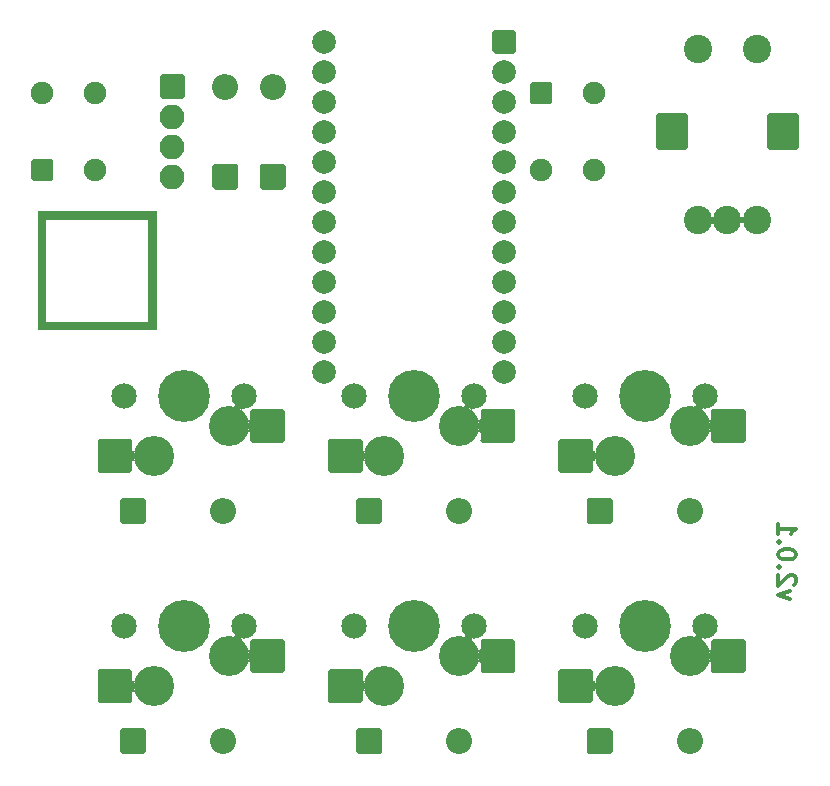
<source format=gbr>
%TF.GenerationSoftware,KiCad,Pcbnew,5.1.9-73d0e3b20d~88~ubuntu20.10.1*%
%TF.CreationDate,2021-04-24T17:05:30-07:00*%
%TF.ProjectId,macropad-v2_0_1,6d616372-6f70-4616-942d-76325f305f31,rev?*%
%TF.SameCoordinates,Original*%
%TF.FileFunction,Soldermask,Bot*%
%TF.FilePolarity,Negative*%
%FSLAX46Y46*%
G04 Gerber Fmt 4.6, Leading zero omitted, Abs format (unit mm)*
G04 Created by KiCad (PCBNEW 5.1.9-73d0e3b20d~88~ubuntu20.10.1) date 2021-04-24 17:05:30*
%MOMM*%
%LPD*%
G01*
G04 APERTURE LIST*
%ADD10C,0.300000*%
%ADD11C,0.010000*%
%ADD12C,1.898000*%
%ADD13C,2.000000*%
%ADD14C,2.400000*%
%ADD15O,2.200000X2.200000*%
%ADD16O,2.100000X2.100000*%
%ADD17C,2.150000*%
%ADD18C,4.400000*%
%ADD19C,3.400000*%
%ADD20C,0.100000*%
G04 APERTURE END LIST*
D10*
X66821428Y-52214285D02*
X65821428Y-51857142D01*
X66821428Y-51500000D01*
X67178571Y-51000000D02*
X67250000Y-50928571D01*
X67321428Y-50785714D01*
X67321428Y-50428571D01*
X67250000Y-50285714D01*
X67178571Y-50214285D01*
X67035714Y-50142857D01*
X66892857Y-50142857D01*
X66678571Y-50214285D01*
X65821428Y-51071428D01*
X65821428Y-50142857D01*
X65964285Y-49500000D02*
X65892857Y-49428571D01*
X65821428Y-49500000D01*
X65892857Y-49571428D01*
X65964285Y-49500000D01*
X65821428Y-49500000D01*
X67321428Y-48500000D02*
X67321428Y-48357142D01*
X67250000Y-48214285D01*
X67178571Y-48142857D01*
X67035714Y-48071428D01*
X66750000Y-48000000D01*
X66392857Y-48000000D01*
X66107142Y-48071428D01*
X65964285Y-48142857D01*
X65892857Y-48214285D01*
X65821428Y-48357142D01*
X65821428Y-48500000D01*
X65892857Y-48642857D01*
X65964285Y-48714285D01*
X66107142Y-48785714D01*
X66392857Y-48857142D01*
X66750000Y-48857142D01*
X67035714Y-48785714D01*
X67178571Y-48714285D01*
X67250000Y-48642857D01*
X67321428Y-48500000D01*
X65964285Y-47357142D02*
X65892857Y-47285714D01*
X65821428Y-47357142D01*
X65892857Y-47428571D01*
X65964285Y-47357142D01*
X65821428Y-47357142D01*
X65821428Y-45857142D02*
X65821428Y-46714285D01*
X65821428Y-46285714D02*
X67321428Y-46285714D01*
X67107142Y-46428571D01*
X66964285Y-46571428D01*
X66892857Y-46714285D01*
D11*
%TO.C,Ref\u002A\u002A*%
G36*
X3132667Y-29379333D02*
G01*
X13123333Y-29379333D01*
X13123333Y-20023667D01*
X12488333Y-20023667D01*
X12488333Y-28744333D01*
X3767667Y-28744333D01*
X3767667Y-20023667D01*
X12488333Y-20023667D01*
X13123333Y-20023667D01*
X13123333Y-19388667D01*
X3132667Y-19388667D01*
X3132667Y-29379333D01*
G37*
X3132667Y-29379333D02*
X13123333Y-29379333D01*
X13123333Y-20023667D01*
X12488333Y-20023667D01*
X12488333Y-28744333D01*
X3767667Y-28744333D01*
X3767667Y-20023667D01*
X12488333Y-20023667D01*
X13123333Y-20023667D01*
X13123333Y-19388667D01*
X3132667Y-19388667D01*
X3132667Y-29379333D01*
D10*
X66821428Y-52214285D02*
X65821428Y-51857142D01*
X66821428Y-51500000D01*
X67178571Y-51000000D02*
X67250000Y-50928571D01*
X67321428Y-50785714D01*
X67321428Y-50428571D01*
X67250000Y-50285714D01*
X67178571Y-50214285D01*
X67035714Y-50142857D01*
X66892857Y-50142857D01*
X66678571Y-50214285D01*
X65821428Y-51071428D01*
X65821428Y-50142857D01*
X65964285Y-49500000D02*
X65892857Y-49428571D01*
X65821428Y-49500000D01*
X65892857Y-49571428D01*
X65964285Y-49500000D01*
X65821428Y-49500000D01*
X67321428Y-48500000D02*
X67321428Y-48357142D01*
X67250000Y-48214285D01*
X67178571Y-48142857D01*
X67035714Y-48071428D01*
X66750000Y-48000000D01*
X66392857Y-48000000D01*
X66107142Y-48071428D01*
X65964285Y-48142857D01*
X65892857Y-48214285D01*
X65821428Y-48357142D01*
X65821428Y-48500000D01*
X65892857Y-48642857D01*
X65964285Y-48714285D01*
X66107142Y-48785714D01*
X66392857Y-48857142D01*
X66750000Y-48857142D01*
X67035714Y-48785714D01*
X67178571Y-48714285D01*
X67250000Y-48642857D01*
X67321428Y-48500000D01*
X65964285Y-47357142D02*
X65892857Y-47285714D01*
X65821428Y-47357142D01*
X65892857Y-47428571D01*
X65964285Y-47357142D01*
X65821428Y-47357142D01*
X65821428Y-45857142D02*
X65821428Y-46714285D01*
X65821428Y-46285714D02*
X67321428Y-46285714D01*
X67107142Y-46428571D01*
X66964285Y-46571428D01*
X66892857Y-46714285D01*
D11*
G36*
X3132667Y-29379333D02*
G01*
X13123333Y-29379333D01*
X13123333Y-20023667D01*
X12488333Y-20023667D01*
X12488333Y-28744333D01*
X3767667Y-28744333D01*
X3767667Y-20023667D01*
X12488333Y-20023667D01*
X13123333Y-20023667D01*
X13123333Y-19388667D01*
X3132667Y-19388667D01*
X3132667Y-29379333D01*
G37*
X3132667Y-29379333D02*
X13123333Y-29379333D01*
X13123333Y-20023667D01*
X12488333Y-20023667D01*
X12488333Y-28744333D01*
X3767667Y-28744333D01*
X3767667Y-20023667D01*
X12488333Y-20023667D01*
X13123333Y-20023667D01*
X13123333Y-19388667D01*
X3132667Y-19388667D01*
X3132667Y-29379333D01*
%TD*%
D12*
%TO.C,SW9*%
X45750000Y-15875000D03*
X50250000Y-15875000D03*
G36*
G01*
X45001000Y-8426000D02*
X46499000Y-8426000D01*
G75*
G02*
X46699000Y-8626000I0J-200000D01*
G01*
X46699000Y-10124000D01*
G75*
G02*
X46499000Y-10324000I-200000J0D01*
G01*
X45001000Y-10324000D01*
G75*
G02*
X44801000Y-10124000I0J200000D01*
G01*
X44801000Y-8626000D01*
G75*
G02*
X45001000Y-8426000I200000J0D01*
G01*
G37*
X50250000Y-9375000D03*
%TD*%
%TO.C,SW8*%
X3500000Y-9375000D03*
X8000000Y-9375000D03*
G36*
G01*
X4249000Y-16824000D02*
X2751000Y-16824000D01*
G75*
G02*
X2551000Y-16624000I0J200000D01*
G01*
X2551000Y-15126000D01*
G75*
G02*
X2751000Y-14926000I200000J0D01*
G01*
X4249000Y-14926000D01*
G75*
G02*
X4449000Y-15126000I0J-200000D01*
G01*
X4449000Y-16624000D01*
G75*
G02*
X4249000Y-16824000I-200000J0D01*
G01*
G37*
X8000000Y-15875000D03*
%TD*%
%TO.C,U1*%
G36*
G01*
X41820000Y-4030000D02*
X43420000Y-4030000D01*
G75*
G02*
X43620000Y-4230000I0J-200000D01*
G01*
X43620000Y-5830000D01*
G75*
G02*
X43420000Y-6030000I-200000J0D01*
G01*
X41820000Y-6030000D01*
G75*
G02*
X41620000Y-5830000I0J200000D01*
G01*
X41620000Y-4230000D01*
G75*
G02*
X41820000Y-4030000I200000J0D01*
G01*
G37*
D13*
X42620000Y-7570000D03*
X42620000Y-10110000D03*
X42620000Y-12650000D03*
X42620000Y-15190000D03*
X42620000Y-17730000D03*
X42620000Y-20270000D03*
X42620000Y-22810000D03*
X42620000Y-25350000D03*
X42620000Y-27890000D03*
X42620000Y-30430000D03*
X42620000Y-32970000D03*
X27380000Y-32970000D03*
X27380000Y-30430000D03*
X27380000Y-27890000D03*
X27380000Y-25350000D03*
X27380000Y-22810000D03*
X27380000Y-20270000D03*
X27380000Y-17730000D03*
X27380000Y-15190000D03*
X27380000Y-12650000D03*
X27380000Y-10110000D03*
X27380000Y-7570000D03*
X27380000Y-5030000D03*
%TD*%
%TO.C,SW7*%
G36*
G01*
X64850000Y-13975000D02*
X64850000Y-11275000D01*
G75*
G02*
X65050000Y-11075000I200000J0D01*
G01*
X67350000Y-11075000D01*
G75*
G02*
X67550000Y-11275000I0J-200000D01*
G01*
X67550000Y-13975000D01*
G75*
G02*
X67350000Y-14175000I-200000J0D01*
G01*
X65050000Y-14175000D01*
G75*
G02*
X64850000Y-13975000I0J200000D01*
G01*
G37*
G36*
G01*
X55450000Y-13975000D02*
X55450000Y-11275000D01*
G75*
G02*
X55650000Y-11075000I200000J0D01*
G01*
X57950000Y-11075000D01*
G75*
G02*
X58150000Y-11275000I0J-200000D01*
G01*
X58150000Y-13975000D01*
G75*
G02*
X57950000Y-14175000I-200000J0D01*
G01*
X55650000Y-14175000D01*
G75*
G02*
X55450000Y-13975000I0J200000D01*
G01*
G37*
D14*
X59000000Y-20125000D03*
X61500000Y-20125000D03*
X64000000Y-20125000D03*
X59000000Y-5625000D03*
X64000000Y-5625000D03*
%TD*%
D15*
%TO.C,D1*%
X18810000Y-44750000D03*
G36*
G01*
X10090000Y-45650000D02*
X10090000Y-43850000D01*
G75*
G02*
X10290000Y-43650000I200000J0D01*
G01*
X12090000Y-43650000D01*
G75*
G02*
X12290000Y-43850000I0J-200000D01*
G01*
X12290000Y-45650000D01*
G75*
G02*
X12090000Y-45850000I-200000J0D01*
G01*
X10290000Y-45850000D01*
G75*
G02*
X10090000Y-45650000I0J200000D01*
G01*
G37*
%TD*%
%TO.C,D2*%
G36*
G01*
X30090000Y-45650000D02*
X30090000Y-43850000D01*
G75*
G02*
X30290000Y-43650000I200000J0D01*
G01*
X32090000Y-43650000D01*
G75*
G02*
X32290000Y-43850000I0J-200000D01*
G01*
X32290000Y-45650000D01*
G75*
G02*
X32090000Y-45850000I-200000J0D01*
G01*
X30290000Y-45850000D01*
G75*
G02*
X30090000Y-45650000I0J200000D01*
G01*
G37*
X38810000Y-44750000D03*
%TD*%
%TO.C,D3*%
X58310000Y-44750000D03*
G36*
G01*
X49590000Y-45650000D02*
X49590000Y-43850000D01*
G75*
G02*
X49790000Y-43650000I200000J0D01*
G01*
X51590000Y-43650000D01*
G75*
G02*
X51790000Y-43850000I0J-200000D01*
G01*
X51790000Y-45650000D01*
G75*
G02*
X51590000Y-45850000I-200000J0D01*
G01*
X49790000Y-45850000D01*
G75*
G02*
X49590000Y-45650000I0J200000D01*
G01*
G37*
%TD*%
%TO.C,D4*%
G36*
G01*
X10090000Y-65150000D02*
X10090000Y-63350000D01*
G75*
G02*
X10290000Y-63150000I200000J0D01*
G01*
X12090000Y-63150000D01*
G75*
G02*
X12290000Y-63350000I0J-200000D01*
G01*
X12290000Y-65150000D01*
G75*
G02*
X12090000Y-65350000I-200000J0D01*
G01*
X10290000Y-65350000D01*
G75*
G02*
X10090000Y-65150000I0J200000D01*
G01*
G37*
X18810000Y-64250000D03*
%TD*%
%TO.C,D5*%
G36*
G01*
X30090000Y-65150000D02*
X30090000Y-63350000D01*
G75*
G02*
X30290000Y-63150000I200000J0D01*
G01*
X32090000Y-63150000D01*
G75*
G02*
X32290000Y-63350000I0J-200000D01*
G01*
X32290000Y-65150000D01*
G75*
G02*
X32090000Y-65350000I-200000J0D01*
G01*
X30290000Y-65350000D01*
G75*
G02*
X30090000Y-65150000I0J200000D01*
G01*
G37*
X38810000Y-64250000D03*
%TD*%
%TO.C,D6*%
X58310000Y-64250000D03*
G36*
G01*
X49590000Y-65150000D02*
X49590000Y-63350000D01*
G75*
G02*
X49790000Y-63150000I200000J0D01*
G01*
X51590000Y-63150000D01*
G75*
G02*
X51790000Y-63350000I0J-200000D01*
G01*
X51790000Y-65150000D01*
G75*
G02*
X51590000Y-65350000I-200000J0D01*
G01*
X49790000Y-65350000D01*
G75*
G02*
X49590000Y-65150000I0J200000D01*
G01*
G37*
%TD*%
%TO.C,D7*%
G36*
G01*
X23900000Y-17535000D02*
X22100000Y-17535000D01*
G75*
G02*
X21900000Y-17335000I0J200000D01*
G01*
X21900000Y-15535000D01*
G75*
G02*
X22100000Y-15335000I200000J0D01*
G01*
X23900000Y-15335000D01*
G75*
G02*
X24100000Y-15535000I0J-200000D01*
G01*
X24100000Y-17335000D01*
G75*
G02*
X23900000Y-17535000I-200000J0D01*
G01*
G37*
X23000000Y-8815000D03*
%TD*%
%TO.C,D8*%
X19000000Y-8815000D03*
G36*
G01*
X19900000Y-17535000D02*
X18100000Y-17535000D01*
G75*
G02*
X17900000Y-17335000I0J200000D01*
G01*
X17900000Y-15535000D01*
G75*
G02*
X18100000Y-15335000I200000J0D01*
G01*
X19900000Y-15335000D01*
G75*
G02*
X20100000Y-15535000I0J-200000D01*
G01*
X20100000Y-17335000D01*
G75*
G02*
X19900000Y-17535000I-200000J0D01*
G01*
G37*
%TD*%
D16*
%TO.C,J1*%
X14520000Y-16435000D03*
X14520000Y-13895000D03*
X14520000Y-11355000D03*
G36*
G01*
X13470000Y-9665000D02*
X13470000Y-7965000D01*
G75*
G02*
X13670000Y-7765000I200000J0D01*
G01*
X15370000Y-7765000D01*
G75*
G02*
X15570000Y-7965000I0J-200000D01*
G01*
X15570000Y-9665000D01*
G75*
G02*
X15370000Y-9865000I-200000J0D01*
G01*
X13670000Y-9865000D01*
G75*
G02*
X13470000Y-9665000I0J200000D01*
G01*
G37*
%TD*%
%TO.C,SW1*%
G36*
G01*
X11133000Y-38830000D02*
X11133000Y-41330000D01*
G75*
G02*
X10933000Y-41530000I-200000J0D01*
G01*
X8383000Y-41530000D01*
G75*
G02*
X8183000Y-41330000I0J200000D01*
G01*
X8183000Y-38830000D01*
G75*
G02*
X8383000Y-38630000I200000J0D01*
G01*
X10933000Y-38630000D01*
G75*
G02*
X11133000Y-38830000I0J-200000D01*
G01*
G37*
G36*
G01*
X24060000Y-36290000D02*
X24060000Y-38790000D01*
G75*
G02*
X23860000Y-38990000I-200000J0D01*
G01*
X21310000Y-38990000D01*
G75*
G02*
X21110000Y-38790000I0J200000D01*
G01*
X21110000Y-36290000D01*
G75*
G02*
X21310000Y-36090000I200000J0D01*
G01*
X23860000Y-36090000D01*
G75*
G02*
X24060000Y-36290000I0J-200000D01*
G01*
G37*
D17*
X10420000Y-35000000D03*
X20580000Y-35000000D03*
D18*
X15500000Y-35000000D03*
D19*
X12960000Y-40080000D03*
X19310000Y-37540000D03*
%TD*%
%TO.C,SW2*%
X38810000Y-37540000D03*
X32460000Y-40080000D03*
D18*
X35000000Y-35000000D03*
D17*
X40080000Y-35000000D03*
X29920000Y-35000000D03*
G36*
G01*
X43560000Y-36290000D02*
X43560000Y-38790000D01*
G75*
G02*
X43360000Y-38990000I-200000J0D01*
G01*
X40810000Y-38990000D01*
G75*
G02*
X40610000Y-38790000I0J200000D01*
G01*
X40610000Y-36290000D01*
G75*
G02*
X40810000Y-36090000I200000J0D01*
G01*
X43360000Y-36090000D01*
G75*
G02*
X43560000Y-36290000I0J-200000D01*
G01*
G37*
G36*
G01*
X30633000Y-38830000D02*
X30633000Y-41330000D01*
G75*
G02*
X30433000Y-41530000I-200000J0D01*
G01*
X27883000Y-41530000D01*
G75*
G02*
X27683000Y-41330000I0J200000D01*
G01*
X27683000Y-38830000D01*
G75*
G02*
X27883000Y-38630000I200000J0D01*
G01*
X30433000Y-38630000D01*
G75*
G02*
X30633000Y-38830000I0J-200000D01*
G01*
G37*
%TD*%
D19*
%TO.C,SW3*%
X58310000Y-37540000D03*
X51960000Y-40080000D03*
D18*
X54500000Y-35000000D03*
D17*
X59580000Y-35000000D03*
X49420000Y-35000000D03*
G36*
G01*
X63060000Y-36290000D02*
X63060000Y-38790000D01*
G75*
G02*
X62860000Y-38990000I-200000J0D01*
G01*
X60310000Y-38990000D01*
G75*
G02*
X60110000Y-38790000I0J200000D01*
G01*
X60110000Y-36290000D01*
G75*
G02*
X60310000Y-36090000I200000J0D01*
G01*
X62860000Y-36090000D01*
G75*
G02*
X63060000Y-36290000I0J-200000D01*
G01*
G37*
G36*
G01*
X50133000Y-38830000D02*
X50133000Y-41330000D01*
G75*
G02*
X49933000Y-41530000I-200000J0D01*
G01*
X47383000Y-41530000D01*
G75*
G02*
X47183000Y-41330000I0J200000D01*
G01*
X47183000Y-38830000D01*
G75*
G02*
X47383000Y-38630000I200000J0D01*
G01*
X49933000Y-38630000D01*
G75*
G02*
X50133000Y-38830000I0J-200000D01*
G01*
G37*
%TD*%
%TO.C,SW4*%
G36*
G01*
X11133000Y-58330000D02*
X11133000Y-60830000D01*
G75*
G02*
X10933000Y-61030000I-200000J0D01*
G01*
X8383000Y-61030000D01*
G75*
G02*
X8183000Y-60830000I0J200000D01*
G01*
X8183000Y-58330000D01*
G75*
G02*
X8383000Y-58130000I200000J0D01*
G01*
X10933000Y-58130000D01*
G75*
G02*
X11133000Y-58330000I0J-200000D01*
G01*
G37*
G36*
G01*
X24060000Y-55790000D02*
X24060000Y-58290000D01*
G75*
G02*
X23860000Y-58490000I-200000J0D01*
G01*
X21310000Y-58490000D01*
G75*
G02*
X21110000Y-58290000I0J200000D01*
G01*
X21110000Y-55790000D01*
G75*
G02*
X21310000Y-55590000I200000J0D01*
G01*
X23860000Y-55590000D01*
G75*
G02*
X24060000Y-55790000I0J-200000D01*
G01*
G37*
X10420000Y-54500000D03*
X20580000Y-54500000D03*
D18*
X15500000Y-54500000D03*
D19*
X12960000Y-59580000D03*
X19310000Y-57040000D03*
%TD*%
%TO.C,SW5*%
X38810000Y-57040000D03*
X32460000Y-59580000D03*
D18*
X35000000Y-54500000D03*
D17*
X40080000Y-54500000D03*
X29920000Y-54500000D03*
G36*
G01*
X43560000Y-55790000D02*
X43560000Y-58290000D01*
G75*
G02*
X43360000Y-58490000I-200000J0D01*
G01*
X40810000Y-58490000D01*
G75*
G02*
X40610000Y-58290000I0J200000D01*
G01*
X40610000Y-55790000D01*
G75*
G02*
X40810000Y-55590000I200000J0D01*
G01*
X43360000Y-55590000D01*
G75*
G02*
X43560000Y-55790000I0J-200000D01*
G01*
G37*
G36*
G01*
X30633000Y-58330000D02*
X30633000Y-60830000D01*
G75*
G02*
X30433000Y-61030000I-200000J0D01*
G01*
X27883000Y-61030000D01*
G75*
G02*
X27683000Y-60830000I0J200000D01*
G01*
X27683000Y-58330000D01*
G75*
G02*
X27883000Y-58130000I200000J0D01*
G01*
X30433000Y-58130000D01*
G75*
G02*
X30633000Y-58330000I0J-200000D01*
G01*
G37*
%TD*%
%TO.C,SW6*%
G36*
G01*
X50133000Y-58330000D02*
X50133000Y-60830000D01*
G75*
G02*
X49933000Y-61030000I-200000J0D01*
G01*
X47383000Y-61030000D01*
G75*
G02*
X47183000Y-60830000I0J200000D01*
G01*
X47183000Y-58330000D01*
G75*
G02*
X47383000Y-58130000I200000J0D01*
G01*
X49933000Y-58130000D01*
G75*
G02*
X50133000Y-58330000I0J-200000D01*
G01*
G37*
G36*
G01*
X63060000Y-55790000D02*
X63060000Y-58290000D01*
G75*
G02*
X62860000Y-58490000I-200000J0D01*
G01*
X60310000Y-58490000D01*
G75*
G02*
X60110000Y-58290000I0J200000D01*
G01*
X60110000Y-55790000D01*
G75*
G02*
X60310000Y-55590000I200000J0D01*
G01*
X62860000Y-55590000D01*
G75*
G02*
X63060000Y-55790000I0J-200000D01*
G01*
G37*
X49420000Y-54500000D03*
X59580000Y-54500000D03*
D18*
X54500000Y-54500000D03*
D19*
X51960000Y-59580000D03*
X58310000Y-57040000D03*
%TD*%
D20*
G36*
X30634990Y-59079960D02*
G01*
X30636891Y-59099270D01*
X30642469Y-59117655D01*
X30651524Y-59134596D01*
X30663710Y-59149445D01*
X30678559Y-59161631D01*
X30695500Y-59170686D01*
X30713885Y-59176264D01*
X30732999Y-59178146D01*
X30752113Y-59176264D01*
X30770498Y-59170686D01*
X30787439Y-59161631D01*
X30802288Y-59149445D01*
X30814474Y-59134596D01*
X30823529Y-59117655D01*
X30827736Y-59103789D01*
X30829196Y-59102422D01*
X30831110Y-59103003D01*
X30831612Y-59104760D01*
X30770186Y-59413570D01*
X30770186Y-59746430D01*
X30831612Y-60055240D01*
X30830969Y-60057134D01*
X30829007Y-60057524D01*
X30827736Y-60056211D01*
X30823529Y-60042345D01*
X30814474Y-60025403D01*
X30802288Y-60010555D01*
X30787439Y-59998369D01*
X30770498Y-59989314D01*
X30752113Y-59983736D01*
X30732999Y-59981854D01*
X30713885Y-59983736D01*
X30695500Y-59989314D01*
X30678558Y-59998369D01*
X30663710Y-60010555D01*
X30651524Y-60025404D01*
X30642469Y-60042345D01*
X30636891Y-60060730D01*
X30634990Y-60080040D01*
X30633825Y-60081666D01*
X30631835Y-60081470D01*
X30631000Y-60079844D01*
X30631000Y-59080156D01*
X30632000Y-59078424D01*
X30634000Y-59078424D01*
X30634990Y-59079960D01*
G37*
G36*
X11134990Y-59079960D02*
G01*
X11136891Y-59099270D01*
X11142469Y-59117655D01*
X11151524Y-59134596D01*
X11163710Y-59149445D01*
X11178559Y-59161631D01*
X11195500Y-59170686D01*
X11213885Y-59176264D01*
X11232999Y-59178146D01*
X11252113Y-59176264D01*
X11270498Y-59170686D01*
X11287439Y-59161631D01*
X11302288Y-59149445D01*
X11314474Y-59134596D01*
X11323529Y-59117655D01*
X11327736Y-59103789D01*
X11329196Y-59102422D01*
X11331110Y-59103003D01*
X11331612Y-59104760D01*
X11270186Y-59413570D01*
X11270186Y-59746430D01*
X11331612Y-60055240D01*
X11330969Y-60057134D01*
X11329007Y-60057524D01*
X11327736Y-60056211D01*
X11323529Y-60042345D01*
X11314474Y-60025403D01*
X11302288Y-60010555D01*
X11287439Y-59998369D01*
X11270498Y-59989314D01*
X11252113Y-59983736D01*
X11232999Y-59981854D01*
X11213885Y-59983736D01*
X11195500Y-59989314D01*
X11178558Y-59998369D01*
X11163710Y-60010555D01*
X11151524Y-60025404D01*
X11142469Y-60042345D01*
X11136891Y-60060730D01*
X11134990Y-60080040D01*
X11133825Y-60081666D01*
X11131835Y-60081470D01*
X11131000Y-60079844D01*
X11131000Y-59080156D01*
X11132000Y-59078424D01*
X11134000Y-59078424D01*
X11134990Y-59079960D01*
G37*
G36*
X50134990Y-59079960D02*
G01*
X50136891Y-59099270D01*
X50142469Y-59117655D01*
X50151524Y-59134596D01*
X50163710Y-59149445D01*
X50178559Y-59161631D01*
X50195500Y-59170686D01*
X50213885Y-59176264D01*
X50232999Y-59178146D01*
X50252113Y-59176264D01*
X50270498Y-59170686D01*
X50287439Y-59161631D01*
X50302288Y-59149445D01*
X50314474Y-59134596D01*
X50323529Y-59117655D01*
X50327736Y-59103789D01*
X50329196Y-59102422D01*
X50331110Y-59103003D01*
X50331612Y-59104760D01*
X50270186Y-59413570D01*
X50270186Y-59746430D01*
X50331612Y-60055240D01*
X50330969Y-60057134D01*
X50329007Y-60057524D01*
X50327736Y-60056211D01*
X50323529Y-60042345D01*
X50314474Y-60025403D01*
X50302288Y-60010555D01*
X50287439Y-59998369D01*
X50270498Y-59989314D01*
X50252113Y-59983736D01*
X50232999Y-59981854D01*
X50213885Y-59983736D01*
X50195500Y-59989314D01*
X50178558Y-59998369D01*
X50163710Y-60010555D01*
X50151524Y-60025404D01*
X50142469Y-60042345D01*
X50136891Y-60060730D01*
X50134990Y-60080040D01*
X50133825Y-60081666D01*
X50131835Y-60081470D01*
X50131000Y-60079844D01*
X50131000Y-59080156D01*
X50132000Y-59078424D01*
X50134000Y-59078424D01*
X50134990Y-59079960D01*
G37*
G36*
X60111165Y-56461564D02*
G01*
X60112000Y-56463190D01*
X60112000Y-57616810D01*
X60111000Y-57618542D01*
X60109000Y-57618542D01*
X60108010Y-57617006D01*
X60106109Y-57597696D01*
X60100531Y-57579311D01*
X60091476Y-57562370D01*
X60079290Y-57547521D01*
X60064441Y-57535335D01*
X60047500Y-57526280D01*
X60029115Y-57520702D01*
X60010001Y-57518820D01*
X59990887Y-57520702D01*
X59972502Y-57526280D01*
X59955561Y-57535335D01*
X59940712Y-57547521D01*
X59928526Y-57562370D01*
X59921694Y-57575153D01*
X59919995Y-57576209D01*
X59918232Y-57575266D01*
X59918082Y-57573445D01*
X59934875Y-57532902D01*
X59999814Y-57206430D01*
X59999814Y-56873570D01*
X59934875Y-56547098D01*
X59918082Y-56506556D01*
X59918343Y-56504573D01*
X59920191Y-56503808D01*
X59921694Y-56504848D01*
X59928526Y-56517631D01*
X59940712Y-56532479D01*
X59955561Y-56544665D01*
X59972502Y-56553720D01*
X59990887Y-56559298D01*
X60010001Y-56561180D01*
X60029115Y-56559298D01*
X60047500Y-56553720D01*
X60064442Y-56544665D01*
X60079290Y-56532479D01*
X60091476Y-56517630D01*
X60100531Y-56500689D01*
X60106109Y-56482304D01*
X60108010Y-56462994D01*
X60109175Y-56461368D01*
X60111165Y-56461564D01*
G37*
G36*
X21111165Y-56461564D02*
G01*
X21112000Y-56463190D01*
X21112000Y-57616810D01*
X21111000Y-57618542D01*
X21109000Y-57618542D01*
X21108010Y-57617006D01*
X21106109Y-57597696D01*
X21100531Y-57579311D01*
X21091476Y-57562370D01*
X21079290Y-57547521D01*
X21064441Y-57535335D01*
X21047500Y-57526280D01*
X21029115Y-57520702D01*
X21010001Y-57518820D01*
X20990887Y-57520702D01*
X20972502Y-57526280D01*
X20955561Y-57535335D01*
X20940712Y-57547521D01*
X20928526Y-57562370D01*
X20921694Y-57575153D01*
X20919995Y-57576209D01*
X20918232Y-57575266D01*
X20918082Y-57573445D01*
X20934875Y-57532902D01*
X20999814Y-57206430D01*
X20999814Y-56873570D01*
X20934875Y-56547098D01*
X20918082Y-56506556D01*
X20918343Y-56504573D01*
X20920191Y-56503808D01*
X20921694Y-56504848D01*
X20928526Y-56517631D01*
X20940712Y-56532479D01*
X20955561Y-56544665D01*
X20972502Y-56553720D01*
X20990887Y-56559298D01*
X21010001Y-56561180D01*
X21029115Y-56559298D01*
X21047500Y-56553720D01*
X21064442Y-56544665D01*
X21079290Y-56532479D01*
X21091476Y-56517630D01*
X21100531Y-56500689D01*
X21106109Y-56482304D01*
X21108010Y-56462994D01*
X21109175Y-56461368D01*
X21111165Y-56461564D01*
G37*
G36*
X40611165Y-56461564D02*
G01*
X40612000Y-56463190D01*
X40612000Y-57616810D01*
X40611000Y-57618542D01*
X40609000Y-57618542D01*
X40608010Y-57617006D01*
X40606109Y-57597696D01*
X40600531Y-57579311D01*
X40591476Y-57562370D01*
X40579290Y-57547521D01*
X40564441Y-57535335D01*
X40547500Y-57526280D01*
X40529115Y-57520702D01*
X40510001Y-57518820D01*
X40490887Y-57520702D01*
X40472502Y-57526280D01*
X40455561Y-57535335D01*
X40440712Y-57547521D01*
X40428526Y-57562370D01*
X40421694Y-57575153D01*
X40419995Y-57576209D01*
X40418232Y-57575266D01*
X40418082Y-57573445D01*
X40434875Y-57532902D01*
X40499814Y-57206430D01*
X40499814Y-56873570D01*
X40434875Y-56547098D01*
X40418082Y-56506556D01*
X40418343Y-56504573D01*
X40420191Y-56503808D01*
X40421694Y-56504848D01*
X40428526Y-56517631D01*
X40440712Y-56532479D01*
X40455561Y-56544665D01*
X40472502Y-56553720D01*
X40490887Y-56559298D01*
X40510001Y-56561180D01*
X40529115Y-56559298D01*
X40547500Y-56553720D01*
X40564442Y-56544665D01*
X40579290Y-56532479D01*
X40591476Y-56517630D01*
X40600531Y-56500689D01*
X40606109Y-56482304D01*
X40608010Y-56462994D01*
X40609175Y-56461368D01*
X40611165Y-56461564D01*
G37*
G36*
X39297025Y-55227156D02*
G01*
X39399301Y-55329432D01*
X39574196Y-55446292D01*
X39768526Y-55526787D01*
X39972750Y-55567410D01*
X39974254Y-55568729D01*
X39973864Y-55570691D01*
X39972556Y-55571362D01*
X39953552Y-55573233D01*
X39935167Y-55578811D01*
X39918226Y-55587866D01*
X39903377Y-55600052D01*
X39891191Y-55614901D01*
X39882136Y-55631842D01*
X39876558Y-55650227D01*
X39874676Y-55669341D01*
X39876558Y-55688455D01*
X39882136Y-55706840D01*
X39891191Y-55723781D01*
X39900382Y-55734980D01*
X39900708Y-55736954D01*
X39899162Y-55738222D01*
X39897422Y-55737663D01*
X39887195Y-55727436D01*
X39610427Y-55542507D01*
X39302902Y-55415125D01*
X39206778Y-55396005D01*
X39205274Y-55394686D01*
X39205664Y-55392724D01*
X39207364Y-55392053D01*
X39221785Y-55393473D01*
X39240899Y-55391591D01*
X39259284Y-55386013D01*
X39276225Y-55376958D01*
X39291074Y-55364772D01*
X39303260Y-55349924D01*
X39312315Y-55332982D01*
X39317893Y-55314597D01*
X39319775Y-55295483D01*
X39317893Y-55276369D01*
X39312315Y-55257984D01*
X39303260Y-55241043D01*
X39294065Y-55229839D01*
X39293739Y-55227865D01*
X39295285Y-55226597D01*
X39297025Y-55227156D01*
G37*
G36*
X19797025Y-55227156D02*
G01*
X19899301Y-55329432D01*
X20074196Y-55446292D01*
X20268526Y-55526787D01*
X20472750Y-55567410D01*
X20474254Y-55568729D01*
X20473864Y-55570691D01*
X20472556Y-55571362D01*
X20453552Y-55573233D01*
X20435167Y-55578811D01*
X20418226Y-55587866D01*
X20403377Y-55600052D01*
X20391191Y-55614901D01*
X20382136Y-55631842D01*
X20376558Y-55650227D01*
X20374676Y-55669341D01*
X20376558Y-55688455D01*
X20382136Y-55706840D01*
X20391191Y-55723781D01*
X20400382Y-55734980D01*
X20400708Y-55736954D01*
X20399162Y-55738222D01*
X20397422Y-55737663D01*
X20387195Y-55727436D01*
X20110427Y-55542507D01*
X19802902Y-55415125D01*
X19706778Y-55396005D01*
X19705274Y-55394686D01*
X19705664Y-55392724D01*
X19707364Y-55392053D01*
X19721785Y-55393473D01*
X19740899Y-55391591D01*
X19759284Y-55386013D01*
X19776225Y-55376958D01*
X19791074Y-55364772D01*
X19803260Y-55349924D01*
X19812315Y-55332982D01*
X19817893Y-55314597D01*
X19819775Y-55295483D01*
X19817893Y-55276369D01*
X19812315Y-55257984D01*
X19803260Y-55241043D01*
X19794065Y-55229839D01*
X19793739Y-55227865D01*
X19795285Y-55226597D01*
X19797025Y-55227156D01*
G37*
G36*
X58797025Y-55227156D02*
G01*
X58899301Y-55329432D01*
X59074196Y-55446292D01*
X59268526Y-55526787D01*
X59472750Y-55567410D01*
X59474254Y-55568729D01*
X59473864Y-55570691D01*
X59472556Y-55571362D01*
X59453552Y-55573233D01*
X59435167Y-55578811D01*
X59418226Y-55587866D01*
X59403377Y-55600052D01*
X59391191Y-55614901D01*
X59382136Y-55631842D01*
X59376558Y-55650227D01*
X59374676Y-55669341D01*
X59376558Y-55688455D01*
X59382136Y-55706840D01*
X59391191Y-55723781D01*
X59400382Y-55734980D01*
X59400708Y-55736954D01*
X59399162Y-55738222D01*
X59397422Y-55737663D01*
X59387195Y-55727436D01*
X59110427Y-55542507D01*
X58802902Y-55415125D01*
X58706778Y-55396005D01*
X58705274Y-55394686D01*
X58705664Y-55392724D01*
X58707364Y-55392053D01*
X58721785Y-55393473D01*
X58740899Y-55391591D01*
X58759284Y-55386013D01*
X58776225Y-55376958D01*
X58791074Y-55364772D01*
X58803260Y-55349924D01*
X58812315Y-55332982D01*
X58817893Y-55314597D01*
X58819775Y-55295483D01*
X58817893Y-55276369D01*
X58812315Y-55257984D01*
X58803260Y-55241043D01*
X58794065Y-55229839D01*
X58793739Y-55227865D01*
X58795285Y-55226597D01*
X58797025Y-55227156D01*
G37*
G36*
X11134990Y-39579960D02*
G01*
X11136891Y-39599270D01*
X11142469Y-39617655D01*
X11151524Y-39634596D01*
X11163710Y-39649445D01*
X11178559Y-39661631D01*
X11195500Y-39670686D01*
X11213885Y-39676264D01*
X11232999Y-39678146D01*
X11252113Y-39676264D01*
X11270498Y-39670686D01*
X11287439Y-39661631D01*
X11302288Y-39649445D01*
X11314474Y-39634596D01*
X11323529Y-39617655D01*
X11327736Y-39603789D01*
X11329196Y-39602422D01*
X11331110Y-39603003D01*
X11331612Y-39604760D01*
X11270186Y-39913570D01*
X11270186Y-40246430D01*
X11331612Y-40555240D01*
X11330969Y-40557134D01*
X11329007Y-40557524D01*
X11327736Y-40556211D01*
X11323529Y-40542345D01*
X11314474Y-40525403D01*
X11302288Y-40510555D01*
X11287439Y-40498369D01*
X11270498Y-40489314D01*
X11252113Y-40483736D01*
X11232999Y-40481854D01*
X11213885Y-40483736D01*
X11195500Y-40489314D01*
X11178558Y-40498369D01*
X11163710Y-40510555D01*
X11151524Y-40525404D01*
X11142469Y-40542345D01*
X11136891Y-40560730D01*
X11134990Y-40580040D01*
X11133825Y-40581666D01*
X11131835Y-40581470D01*
X11131000Y-40579844D01*
X11131000Y-39580156D01*
X11132000Y-39578424D01*
X11134000Y-39578424D01*
X11134990Y-39579960D01*
G37*
G36*
X30634990Y-39579960D02*
G01*
X30636891Y-39599270D01*
X30642469Y-39617655D01*
X30651524Y-39634596D01*
X30663710Y-39649445D01*
X30678559Y-39661631D01*
X30695500Y-39670686D01*
X30713885Y-39676264D01*
X30732999Y-39678146D01*
X30752113Y-39676264D01*
X30770498Y-39670686D01*
X30787439Y-39661631D01*
X30802288Y-39649445D01*
X30814474Y-39634596D01*
X30823529Y-39617655D01*
X30827736Y-39603789D01*
X30829196Y-39602422D01*
X30831110Y-39603003D01*
X30831612Y-39604760D01*
X30770186Y-39913570D01*
X30770186Y-40246430D01*
X30831612Y-40555240D01*
X30830969Y-40557134D01*
X30829007Y-40557524D01*
X30827736Y-40556211D01*
X30823529Y-40542345D01*
X30814474Y-40525403D01*
X30802288Y-40510555D01*
X30787439Y-40498369D01*
X30770498Y-40489314D01*
X30752113Y-40483736D01*
X30732999Y-40481854D01*
X30713885Y-40483736D01*
X30695500Y-40489314D01*
X30678558Y-40498369D01*
X30663710Y-40510555D01*
X30651524Y-40525404D01*
X30642469Y-40542345D01*
X30636891Y-40560730D01*
X30634990Y-40580040D01*
X30633825Y-40581666D01*
X30631835Y-40581470D01*
X30631000Y-40579844D01*
X30631000Y-39580156D01*
X30632000Y-39578424D01*
X30634000Y-39578424D01*
X30634990Y-39579960D01*
G37*
G36*
X50134990Y-39579960D02*
G01*
X50136891Y-39599270D01*
X50142469Y-39617655D01*
X50151524Y-39634596D01*
X50163710Y-39649445D01*
X50178559Y-39661631D01*
X50195500Y-39670686D01*
X50213885Y-39676264D01*
X50232999Y-39678146D01*
X50252113Y-39676264D01*
X50270498Y-39670686D01*
X50287439Y-39661631D01*
X50302288Y-39649445D01*
X50314474Y-39634596D01*
X50323529Y-39617655D01*
X50327736Y-39603789D01*
X50329196Y-39602422D01*
X50331110Y-39603003D01*
X50331612Y-39604760D01*
X50270186Y-39913570D01*
X50270186Y-40246430D01*
X50331612Y-40555240D01*
X50330969Y-40557134D01*
X50329007Y-40557524D01*
X50327736Y-40556211D01*
X50323529Y-40542345D01*
X50314474Y-40525403D01*
X50302288Y-40510555D01*
X50287439Y-40498369D01*
X50270498Y-40489314D01*
X50252113Y-40483736D01*
X50232999Y-40481854D01*
X50213885Y-40483736D01*
X50195500Y-40489314D01*
X50178558Y-40498369D01*
X50163710Y-40510555D01*
X50151524Y-40525404D01*
X50142469Y-40542345D01*
X50136891Y-40560730D01*
X50134990Y-40580040D01*
X50133825Y-40581666D01*
X50131835Y-40581470D01*
X50131000Y-40579844D01*
X50131000Y-39580156D01*
X50132000Y-39578424D01*
X50134000Y-39578424D01*
X50134990Y-39579960D01*
G37*
G36*
X60111165Y-36961564D02*
G01*
X60112000Y-36963190D01*
X60112000Y-38116810D01*
X60111000Y-38118542D01*
X60109000Y-38118542D01*
X60108010Y-38117006D01*
X60106109Y-38097696D01*
X60100531Y-38079311D01*
X60091476Y-38062370D01*
X60079290Y-38047521D01*
X60064441Y-38035335D01*
X60047500Y-38026280D01*
X60029115Y-38020702D01*
X60010001Y-38018820D01*
X59990887Y-38020702D01*
X59972502Y-38026280D01*
X59955561Y-38035335D01*
X59940712Y-38047521D01*
X59928526Y-38062370D01*
X59921694Y-38075153D01*
X59919995Y-38076209D01*
X59918232Y-38075266D01*
X59918082Y-38073445D01*
X59934875Y-38032902D01*
X59999814Y-37706430D01*
X59999814Y-37373570D01*
X59934875Y-37047098D01*
X59918082Y-37006556D01*
X59918343Y-37004573D01*
X59920191Y-37003808D01*
X59921694Y-37004848D01*
X59928526Y-37017631D01*
X59940712Y-37032479D01*
X59955561Y-37044665D01*
X59972502Y-37053720D01*
X59990887Y-37059298D01*
X60010001Y-37061180D01*
X60029115Y-37059298D01*
X60047500Y-37053720D01*
X60064442Y-37044665D01*
X60079290Y-37032479D01*
X60091476Y-37017630D01*
X60100531Y-37000689D01*
X60106109Y-36982304D01*
X60108010Y-36962994D01*
X60109175Y-36961368D01*
X60111165Y-36961564D01*
G37*
G36*
X40611165Y-36961564D02*
G01*
X40612000Y-36963190D01*
X40612000Y-38116810D01*
X40611000Y-38118542D01*
X40609000Y-38118542D01*
X40608010Y-38117006D01*
X40606109Y-38097696D01*
X40600531Y-38079311D01*
X40591476Y-38062370D01*
X40579290Y-38047521D01*
X40564441Y-38035335D01*
X40547500Y-38026280D01*
X40529115Y-38020702D01*
X40510001Y-38018820D01*
X40490887Y-38020702D01*
X40472502Y-38026280D01*
X40455561Y-38035335D01*
X40440712Y-38047521D01*
X40428526Y-38062370D01*
X40421694Y-38075153D01*
X40419995Y-38076209D01*
X40418232Y-38075266D01*
X40418082Y-38073445D01*
X40434875Y-38032902D01*
X40499814Y-37706430D01*
X40499814Y-37373570D01*
X40434875Y-37047098D01*
X40418082Y-37006556D01*
X40418343Y-37004573D01*
X40420191Y-37003808D01*
X40421694Y-37004848D01*
X40428526Y-37017631D01*
X40440712Y-37032479D01*
X40455561Y-37044665D01*
X40472502Y-37053720D01*
X40490887Y-37059298D01*
X40510001Y-37061180D01*
X40529115Y-37059298D01*
X40547500Y-37053720D01*
X40564442Y-37044665D01*
X40579290Y-37032479D01*
X40591476Y-37017630D01*
X40600531Y-37000689D01*
X40606109Y-36982304D01*
X40608010Y-36962994D01*
X40609175Y-36961368D01*
X40611165Y-36961564D01*
G37*
G36*
X21111165Y-36961564D02*
G01*
X21112000Y-36963190D01*
X21112000Y-38116810D01*
X21111000Y-38118542D01*
X21109000Y-38118542D01*
X21108010Y-38117006D01*
X21106109Y-38097696D01*
X21100531Y-38079311D01*
X21091476Y-38062370D01*
X21079290Y-38047521D01*
X21064441Y-38035335D01*
X21047500Y-38026280D01*
X21029115Y-38020702D01*
X21010001Y-38018820D01*
X20990887Y-38020702D01*
X20972502Y-38026280D01*
X20955561Y-38035335D01*
X20940712Y-38047521D01*
X20928526Y-38062370D01*
X20921694Y-38075153D01*
X20919995Y-38076209D01*
X20918232Y-38075266D01*
X20918082Y-38073445D01*
X20934875Y-38032902D01*
X20999814Y-37706430D01*
X20999814Y-37373570D01*
X20934875Y-37047098D01*
X20918082Y-37006556D01*
X20918343Y-37004573D01*
X20920191Y-37003808D01*
X20921694Y-37004848D01*
X20928526Y-37017631D01*
X20940712Y-37032479D01*
X20955561Y-37044665D01*
X20972502Y-37053720D01*
X20990887Y-37059298D01*
X21010001Y-37061180D01*
X21029115Y-37059298D01*
X21047500Y-37053720D01*
X21064442Y-37044665D01*
X21079290Y-37032479D01*
X21091476Y-37017630D01*
X21100531Y-37000689D01*
X21106109Y-36982304D01*
X21108010Y-36962994D01*
X21109175Y-36961368D01*
X21111165Y-36961564D01*
G37*
G36*
X19797025Y-35727156D02*
G01*
X19899301Y-35829432D01*
X20074196Y-35946292D01*
X20268526Y-36026787D01*
X20472750Y-36067410D01*
X20474254Y-36068729D01*
X20473864Y-36070691D01*
X20472556Y-36071362D01*
X20453552Y-36073233D01*
X20435167Y-36078811D01*
X20418226Y-36087866D01*
X20403377Y-36100052D01*
X20391191Y-36114901D01*
X20382136Y-36131842D01*
X20376558Y-36150227D01*
X20374676Y-36169341D01*
X20376558Y-36188455D01*
X20382136Y-36206840D01*
X20391191Y-36223781D01*
X20400382Y-36234980D01*
X20400708Y-36236954D01*
X20399162Y-36238222D01*
X20397422Y-36237663D01*
X20387195Y-36227436D01*
X20110427Y-36042507D01*
X19802902Y-35915125D01*
X19706778Y-35896005D01*
X19705274Y-35894686D01*
X19705664Y-35892724D01*
X19707364Y-35892053D01*
X19721785Y-35893473D01*
X19740899Y-35891591D01*
X19759284Y-35886013D01*
X19776225Y-35876958D01*
X19791074Y-35864772D01*
X19803260Y-35849924D01*
X19812315Y-35832982D01*
X19817893Y-35814597D01*
X19819775Y-35795483D01*
X19817893Y-35776369D01*
X19812315Y-35757984D01*
X19803260Y-35741043D01*
X19794065Y-35729839D01*
X19793739Y-35727865D01*
X19795285Y-35726597D01*
X19797025Y-35727156D01*
G37*
G36*
X58797025Y-35727156D02*
G01*
X58899301Y-35829432D01*
X59074196Y-35946292D01*
X59268526Y-36026787D01*
X59472750Y-36067410D01*
X59474254Y-36068729D01*
X59473864Y-36070691D01*
X59472556Y-36071362D01*
X59453552Y-36073233D01*
X59435167Y-36078811D01*
X59418226Y-36087866D01*
X59403377Y-36100052D01*
X59391191Y-36114901D01*
X59382136Y-36131842D01*
X59376558Y-36150227D01*
X59374676Y-36169341D01*
X59376558Y-36188455D01*
X59382136Y-36206840D01*
X59391191Y-36223781D01*
X59400382Y-36234980D01*
X59400708Y-36236954D01*
X59399162Y-36238222D01*
X59397422Y-36237663D01*
X59387195Y-36227436D01*
X59110427Y-36042507D01*
X58802902Y-35915125D01*
X58706778Y-35896005D01*
X58705274Y-35894686D01*
X58705664Y-35892724D01*
X58707364Y-35892053D01*
X58721785Y-35893473D01*
X58740899Y-35891591D01*
X58759284Y-35886013D01*
X58776225Y-35876958D01*
X58791074Y-35864772D01*
X58803260Y-35849924D01*
X58812315Y-35832982D01*
X58817893Y-35814597D01*
X58819775Y-35795483D01*
X58817893Y-35776369D01*
X58812315Y-35757984D01*
X58803260Y-35741043D01*
X58794065Y-35729839D01*
X58793739Y-35727865D01*
X58795285Y-35726597D01*
X58797025Y-35727156D01*
G37*
G36*
X39297025Y-35727156D02*
G01*
X39399301Y-35829432D01*
X39574196Y-35946292D01*
X39768526Y-36026787D01*
X39972750Y-36067410D01*
X39974254Y-36068729D01*
X39973864Y-36070691D01*
X39972556Y-36071362D01*
X39953552Y-36073233D01*
X39935167Y-36078811D01*
X39918226Y-36087866D01*
X39903377Y-36100052D01*
X39891191Y-36114901D01*
X39882136Y-36131842D01*
X39876558Y-36150227D01*
X39874676Y-36169341D01*
X39876558Y-36188455D01*
X39882136Y-36206840D01*
X39891191Y-36223781D01*
X39900382Y-36234980D01*
X39900708Y-36236954D01*
X39899162Y-36238222D01*
X39897422Y-36237663D01*
X39887195Y-36227436D01*
X39610427Y-36042507D01*
X39302902Y-35915125D01*
X39206778Y-35896005D01*
X39205274Y-35894686D01*
X39205664Y-35892724D01*
X39207364Y-35892053D01*
X39221785Y-35893473D01*
X39240899Y-35891591D01*
X39259284Y-35886013D01*
X39276225Y-35876958D01*
X39291074Y-35864772D01*
X39303260Y-35849924D01*
X39312315Y-35832982D01*
X39317893Y-35814597D01*
X39319775Y-35795483D01*
X39317893Y-35776369D01*
X39312315Y-35757984D01*
X39303260Y-35741043D01*
X39294065Y-35729839D01*
X39293739Y-35727865D01*
X39295285Y-35726597D01*
X39297025Y-35727156D01*
G37*
G36*
X60348112Y-19800528D02*
G01*
X60348614Y-19802285D01*
X60307778Y-20007578D01*
X60307778Y-20242422D01*
X60348614Y-20447715D01*
X60347971Y-20449609D01*
X60346009Y-20449999D01*
X60344738Y-20448686D01*
X60340530Y-20434813D01*
X60331475Y-20417871D01*
X60319289Y-20403023D01*
X60304440Y-20390837D01*
X60287499Y-20381782D01*
X60269114Y-20376204D01*
X60250000Y-20374322D01*
X60230886Y-20376205D01*
X60212501Y-20381782D01*
X60195559Y-20390837D01*
X60180711Y-20403023D01*
X60168525Y-20417872D01*
X60159470Y-20434813D01*
X60155262Y-20448686D01*
X60153802Y-20450053D01*
X60151888Y-20449472D01*
X60151386Y-20447715D01*
X60192222Y-20242422D01*
X60192222Y-20007578D01*
X60151386Y-19802285D01*
X60152029Y-19800391D01*
X60153991Y-19800001D01*
X60155262Y-19801314D01*
X60159470Y-19815187D01*
X60168525Y-19832129D01*
X60180711Y-19846977D01*
X60195560Y-19859163D01*
X60212501Y-19868218D01*
X60230886Y-19873796D01*
X60250000Y-19875678D01*
X60269114Y-19873795D01*
X60287499Y-19868218D01*
X60304441Y-19859163D01*
X60319289Y-19846977D01*
X60331475Y-19832128D01*
X60340530Y-19815187D01*
X60344738Y-19801314D01*
X60346198Y-19799947D01*
X60348112Y-19800528D01*
G37*
G36*
X62848112Y-19800528D02*
G01*
X62848614Y-19802285D01*
X62807778Y-20007578D01*
X62807778Y-20242422D01*
X62848614Y-20447715D01*
X62847971Y-20449609D01*
X62846009Y-20449999D01*
X62844738Y-20448686D01*
X62840530Y-20434813D01*
X62831475Y-20417871D01*
X62819289Y-20403023D01*
X62804440Y-20390837D01*
X62787499Y-20381782D01*
X62769114Y-20376204D01*
X62750000Y-20374322D01*
X62730886Y-20376205D01*
X62712501Y-20381782D01*
X62695559Y-20390837D01*
X62680711Y-20403023D01*
X62668525Y-20417872D01*
X62659470Y-20434813D01*
X62655262Y-20448686D01*
X62653802Y-20450053D01*
X62651888Y-20449472D01*
X62651386Y-20447715D01*
X62692222Y-20242422D01*
X62692222Y-20007578D01*
X62651386Y-19802285D01*
X62652029Y-19800391D01*
X62653991Y-19800001D01*
X62655262Y-19801314D01*
X62659470Y-19815187D01*
X62668525Y-19832129D01*
X62680711Y-19846977D01*
X62695560Y-19859163D01*
X62712501Y-19868218D01*
X62730886Y-19873796D01*
X62750000Y-19875678D01*
X62769114Y-19873795D01*
X62787499Y-19868218D01*
X62804441Y-19859163D01*
X62819289Y-19846977D01*
X62831475Y-19832128D01*
X62840530Y-19815187D01*
X62844738Y-19801314D01*
X62846198Y-19799947D01*
X62848112Y-19800528D01*
G37*
M02*

</source>
